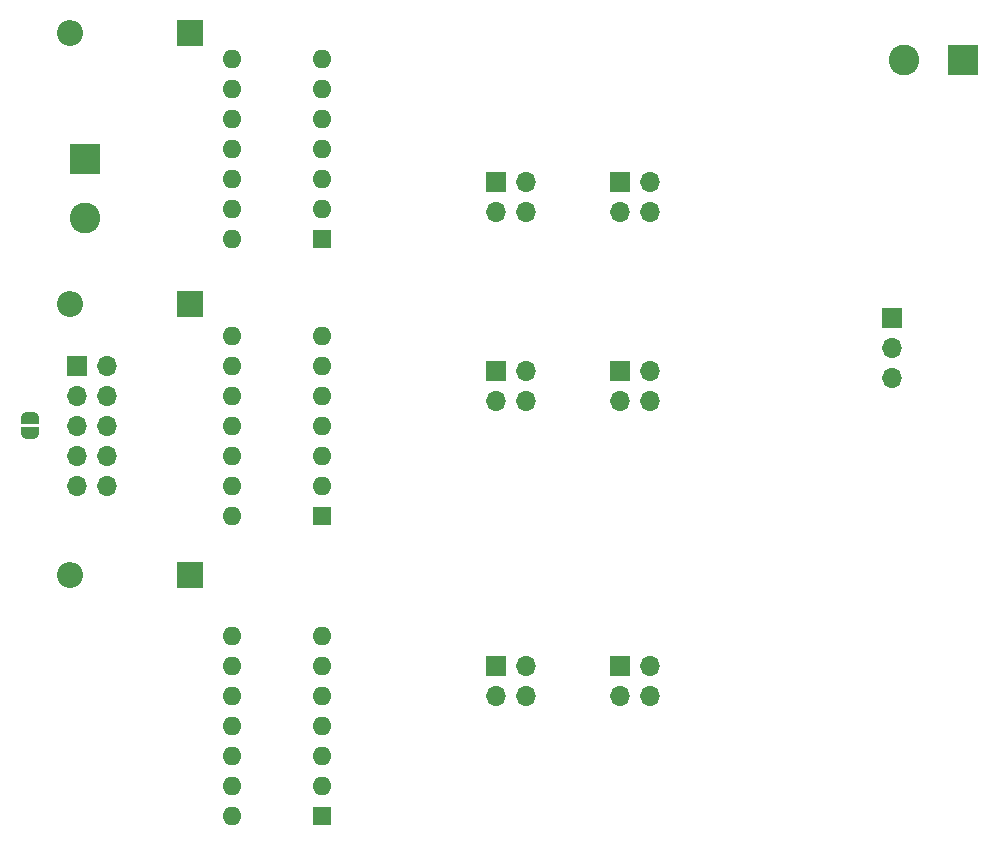
<source format=gbs>
%TF.GenerationSoftware,KiCad,Pcbnew,6.0.10-86aedd382b~118~ubuntu20.04.1*%
%TF.CreationDate,2023-01-20T20:18:30+03:00*%
%TF.ProjectId,PMSM_driver,504d534d-5f64-4726-9976-65722e6b6963,v0.1*%
%TF.SameCoordinates,Original*%
%TF.FileFunction,Soldermask,Bot*%
%TF.FilePolarity,Negative*%
%FSLAX46Y46*%
G04 Gerber Fmt 4.6, Leading zero omitted, Abs format (unit mm)*
G04 Created by KiCad (PCBNEW 6.0.10-86aedd382b~118~ubuntu20.04.1) date 2023-01-20 20:18:30*
%MOMM*%
%LPD*%
G01*
G04 APERTURE LIST*
G04 Aperture macros list*
%AMFreePoly0*
4,1,22,0.500000,-0.750000,0.000000,-0.750000,0.000000,-0.745033,-0.079941,-0.743568,-0.215256,-0.701293,-0.333266,-0.622738,-0.424486,-0.514219,-0.481581,-0.384460,-0.499164,-0.250000,-0.500000,-0.250000,-0.500000,0.250000,-0.499164,0.250000,-0.499963,0.256109,-0.478152,0.396186,-0.417904,0.524511,-0.324060,0.630769,-0.204165,0.706417,-0.067858,0.745374,0.000000,0.744959,0.000000,0.750000,
0.500000,0.750000,0.500000,-0.750000,0.500000,-0.750000,$1*%
%AMFreePoly1*
4,1,20,0.000000,0.744959,0.073905,0.744508,0.209726,0.703889,0.328688,0.626782,0.421226,0.519385,0.479903,0.390333,0.500000,0.250000,0.500000,-0.250000,0.499851,-0.262216,0.476331,-0.402017,0.414519,-0.529596,0.319384,-0.634700,0.198574,-0.708877,0.061801,-0.746166,0.000000,-0.745033,0.000000,-0.750000,-0.500000,-0.750000,-0.500000,0.750000,0.000000,0.750000,0.000000,0.744959,
0.000000,0.744959,$1*%
G04 Aperture macros list end*
%ADD10R,2.200000X2.200000*%
%ADD11O,2.200000X2.200000*%
%ADD12R,1.700000X1.700000*%
%ADD13O,1.700000X1.700000*%
%ADD14R,2.600000X2.600000*%
%ADD15C,2.600000*%
%ADD16R,1.600000X1.600000*%
%ADD17O,1.600000X1.600000*%
%ADD18FreePoly0,270.000000*%
%ADD19FreePoly1,270.000000*%
G04 APERTURE END LIST*
D10*
%TO.C,D2*%
X114600000Y-78300000D03*
D11*
X104440000Y-78300000D03*
%TD*%
D12*
%TO.C,J1*%
X174000000Y-79500000D03*
D13*
X174000000Y-82040000D03*
X174000000Y-84580000D03*
%TD*%
D12*
%TO.C,J10*%
X151000000Y-84000000D03*
D13*
X153540000Y-84000000D03*
X151000000Y-86540000D03*
X153540000Y-86540000D03*
%TD*%
D14*
%TO.C,J2*%
X180000000Y-57695000D03*
D15*
X175000000Y-57695000D03*
%TD*%
D10*
%TO.C,D1*%
X114600000Y-55400000D03*
D11*
X104440000Y-55400000D03*
%TD*%
D14*
%TO.C,J6*%
X105695000Y-66000000D03*
D15*
X105695000Y-71000000D03*
%TD*%
D16*
%TO.C,U1*%
X125720000Y-72840000D03*
D17*
X125720000Y-70300000D03*
X125720000Y-67760000D03*
X125720000Y-65220000D03*
X125720000Y-62680000D03*
X125720000Y-60140000D03*
X125720000Y-57600000D03*
X118100000Y-57600000D03*
X118100000Y-60140000D03*
X118100000Y-62680000D03*
X118100000Y-65220000D03*
X118100000Y-67760000D03*
X118100000Y-70300000D03*
X118100000Y-72840000D03*
%TD*%
D12*
%TO.C,J12*%
X140500000Y-109000000D03*
D13*
X143040000Y-109000000D03*
X140500000Y-111540000D03*
X143040000Y-111540000D03*
%TD*%
D12*
%TO.C,J8*%
X140500000Y-68000000D03*
D13*
X143040000Y-68000000D03*
X140500000Y-70540000D03*
X143040000Y-70540000D03*
%TD*%
D12*
%TO.C,J11*%
X140500000Y-84000000D03*
D13*
X143040000Y-84000000D03*
X140500000Y-86540000D03*
X143040000Y-86540000D03*
%TD*%
D16*
%TO.C,U3*%
X125750000Y-121700000D03*
D17*
X125750000Y-119160000D03*
X125750000Y-116620000D03*
X125750000Y-114080000D03*
X125750000Y-111540000D03*
X125750000Y-109000000D03*
X125750000Y-106460000D03*
X118130000Y-106460000D03*
X118130000Y-109000000D03*
X118130000Y-111540000D03*
X118130000Y-114080000D03*
X118130000Y-116620000D03*
X118130000Y-119160000D03*
X118130000Y-121700000D03*
%TD*%
D12*
%TO.C,J13*%
X151000000Y-109000000D03*
D13*
X153540000Y-109000000D03*
X151000000Y-111540000D03*
X153540000Y-111540000D03*
%TD*%
D12*
%TO.C,J7*%
X105000000Y-83540000D03*
D13*
X107540000Y-83540000D03*
X105000000Y-86080000D03*
X107540000Y-86080000D03*
X105000000Y-88620000D03*
X107540000Y-88620000D03*
X105000000Y-91160000D03*
X107540000Y-91160000D03*
X105000000Y-93700000D03*
X107540000Y-93700000D03*
%TD*%
D16*
%TO.C,U2*%
X125745400Y-96240000D03*
D17*
X125745400Y-93700000D03*
X125745400Y-91160000D03*
X125745400Y-88620000D03*
X125745400Y-86080000D03*
X125745400Y-83540000D03*
X125745400Y-81000000D03*
X118125400Y-81000000D03*
X118125400Y-83540000D03*
X118125400Y-86080000D03*
X118125400Y-88620000D03*
X118125400Y-91160000D03*
X118125400Y-93700000D03*
X118125400Y-96240000D03*
%TD*%
D10*
%TO.C,D3*%
X114600000Y-101300000D03*
D11*
X104440000Y-101300000D03*
%TD*%
D12*
%TO.C,J9*%
X151000000Y-68000000D03*
D13*
X153540000Y-68000000D03*
X151000000Y-70540000D03*
X153540000Y-70540000D03*
%TD*%
D18*
%TO.C,JP1*%
X101000000Y-87950000D03*
D19*
X101000000Y-89250000D03*
%TD*%
M02*

</source>
